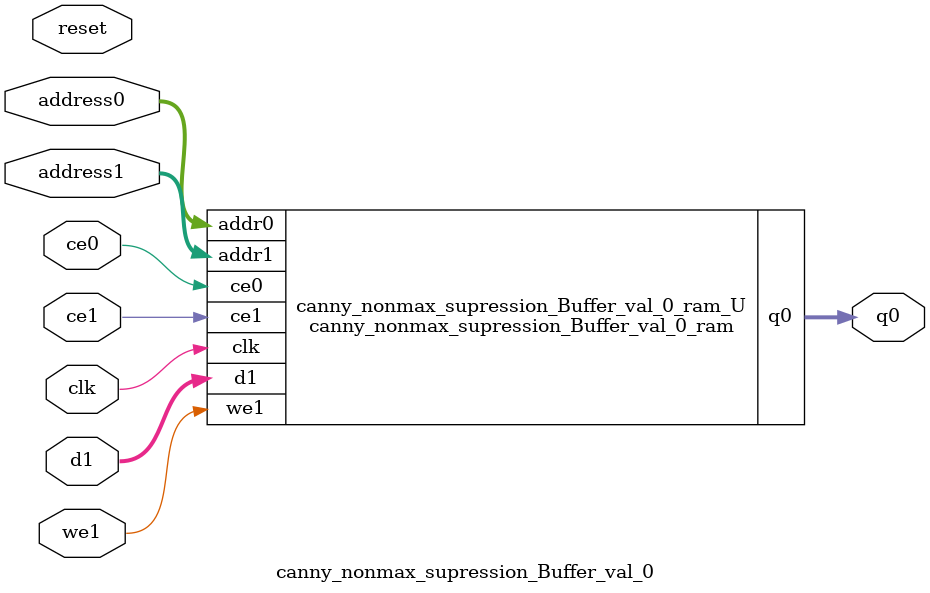
<source format=v>

`timescale 1 ns / 1 ps
module canny_nonmax_supression_Buffer_val_0_ram (addr0, ce0, q0, addr1, ce1, d1, we1,  clk);

parameter DWIDTH = 16;
parameter AWIDTH = 10;
parameter MEM_SIZE = 1024;

input[AWIDTH-1:0] addr0;
input ce0;
output reg[DWIDTH-1:0] q0;
input[AWIDTH-1:0] addr1;
input ce1;
input[DWIDTH-1:0] d1;
input we1;
input clk;

(* ram_style = "block" *)reg [DWIDTH-1:0] ram[MEM_SIZE-1:0];




always @(posedge clk)  
begin 
    if (ce0) 
    begin
            q0 <= ram[addr0];
    end
end


always @(posedge clk)  
begin 
    if (ce1) 
    begin
        if (we1) 
        begin 
            ram[addr1] <= d1; 
        end 
    end
end


endmodule


`timescale 1 ns / 1 ps
module canny_nonmax_supression_Buffer_val_0(
    reset,
    clk,
    address0,
    ce0,
    q0,
    address1,
    ce1,
    we1,
    d1);

parameter DataWidth = 32'd16;
parameter AddressRange = 32'd1024;
parameter AddressWidth = 32'd10;
input reset;
input clk;
input[AddressWidth - 1:0] address0;
input ce0;
output[DataWidth - 1:0] q0;
input[AddressWidth - 1:0] address1;
input ce1;
input we1;
input[DataWidth - 1:0] d1;



canny_nonmax_supression_Buffer_val_0_ram canny_nonmax_supression_Buffer_val_0_ram_U(
    .clk( clk ),
    .addr0( address0 ),
    .ce0( ce0 ),
    .q0( q0 ),
    .addr1( address1 ),
    .ce1( ce1 ),
    .d1( d1 ),
    .we1( we1 ));

endmodule


</source>
